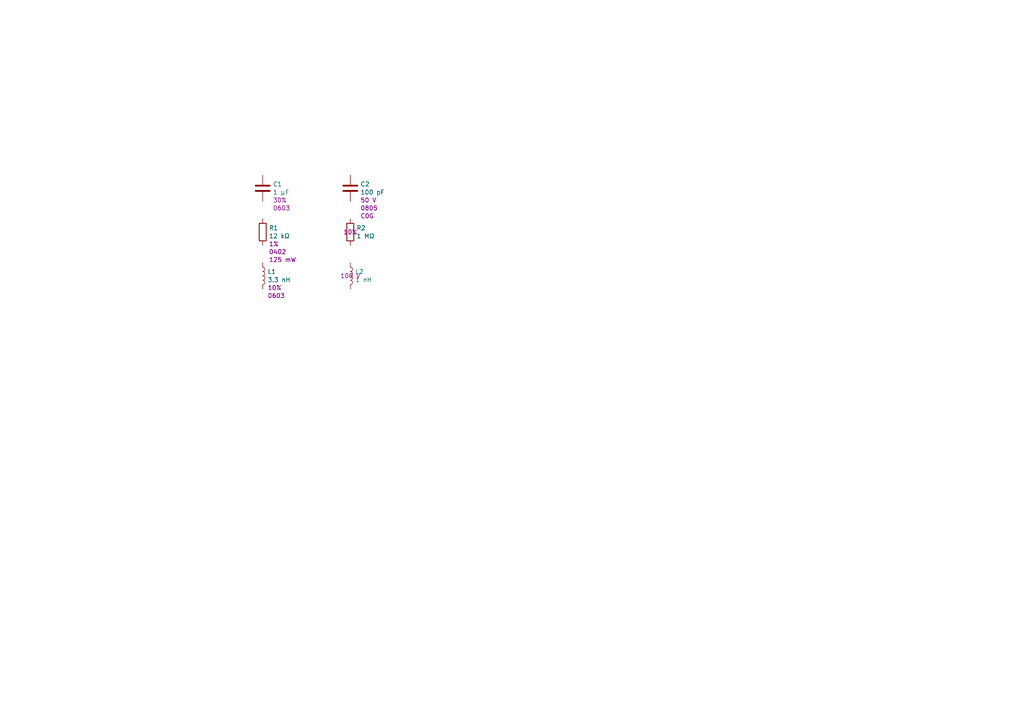
<source format=kicad_sch>
(kicad_sch (version 20211123) (generator eeschema)
  (paper "A4")
  (title_block (title "Value field split test") (date "2023-05-03") (company "Instituto Nacional de Tecnología Industrial - CMNT") (comment 1 "KiBot"))
  (lib_symbols
    (symbol "Device:C" (pin_numbers hide) (pin_names (offset 0.254))
      (property "Reference" "C" (at 0.635 2.54 0))
      (property "Value" "C" (at 0.635 -2.54 0))
      (symbol "C_0_1"
        (polyline (pts (xy -2.032 -0.762) (xy 2.032 -0.762)) (stroke (width 0.508)))
        (polyline (pts (xy -2.032 0.762) (xy 2.032 0.762)) (stroke (width 0.508)))
      )
      (symbol "C_1_1"
        (pin passive line (at 0 3.81 270) (length 2.794) (name "~") (number "1"))
        (pin passive line (at 0 -3.81 90) (length 2.794) (name "~") (number "2"))
      )
    )
    (symbol "Device:L" (pin_numbers hide) (pin_names (offset 1.016) hide)
      (property "Reference" "L" (at -1.27 0 90))
      (property "Value" "L" (at 1.905 0 90))
      (symbol "L_0_1"
        (arc (start 0 -2.54) (mid 0.635 -1.905) (end 0 -1.27))
        (arc (start 0 -1.27) (mid 0.635 -0.635) (end 0 0))
        (arc (start 0 0) (mid 0.635 0.635) (end 0 1.27))
        (arc (start 0 1.27) (mid 0.635 1.905) (end 0 2.54))
      )
      (symbol "L_1_1"
        (pin passive line (at 0 3.81 270) (length 1.27) (name "1") (number "1"))
        (pin passive line (at 0 -3.81 90) (length 1.27) (name "2") (number "2"))
      )
    )
    (symbol "Device:R" (pin_numbers hide) (pin_names (offset 0))
      (property "Reference" "R" (at 2.032 0 90))
      (property "Value" "R" (at 0 0 90))
      (symbol "R_0_1"
        (rectangle (start -1.016 -2.54) (end 1.016 2.54) (stroke (width 0.254)))
      )
      (symbol "R_1_1"
        (pin passive line (at 0 3.81 270) (length 1.27) (name "~") (number "1"))
        (pin passive line (at 0 -3.81 90) (length 1.27) (name "~") (number "2"))
      )
    )
  )
  (symbol (lib_id "Device:C") (at 76.2 54.61 0) (unit 1)
    (property "Reference" "C1" (at 79.121 53.4162 0) (effects (justify left)))
    (property "Value" "1 µF" (at 79.121 55.7784 0) (effects (justify left)))
    (property "tolerance" "30%" (at 79.121 58.0644 0) (effects (justify left)))
    (property "package" "0603" (at 79.121 60.3504 0) (effects (justify left)))
  )
  (symbol (lib_id "Device:C") (at 101.6 54.61 0) (unit 1)
    (property "Reference" "C2" (at 104.521 53.4162 0) (effects (justify left)))
    (property "Value" "100 pF" (at 104.521 55.7784 0) (effects (justify left)))
    (property "voltage" "50 V" (at 104.521 58.0644 0) (effects (justify left)))
    (property "package" "0805" (at 104.521 60.3504 0) (effects (justify left)))
    (property "temp_coef" "C0G" (at 104.521 62.6364 0) (effects (justify left)))
  )
  (symbol (lib_id "Device:R") (at 76.2 67.31 0) (unit 1)
    (property "Reference" "R1" (at 77.978 66.1162 0) (effects (justify left)))
    (property "Value" "12 kΩ" (at 77.978 68.4784 0) (effects (justify left)))
    (property "tolerance" "1%" (at 77.978 70.7644 0) (effects (justify left)))
    (property "package" "0402" (at 77.978 73.0504 0) (effects (justify left)))
    (property "power" "125 mW" (at 77.978 75.3364 0) (effects (justify left)))
  )
  (symbol (lib_id "Device:R") (at 101.6 67.31 0) (unit 1)
    (property "Reference" "R2" (at 103.378 66.1162 0) (effects (justify left)))
    (property "Value" "1 MΩ" (at 103.378 68.4784 0) (effects (justify left)))
    (property "tolerance" "10%" (at 101.6 67.31 0))
  )
  (symbol (lib_id "Device:L") (at 76.2 80.01 0) (unit 1)
    (property "Reference" "L1" (at 77.597 78.8162 0) (effects (justify left)))
    (property "Value" "3.3 nH" (at 77.597 81.1784 0) (effects (justify left)))
    (property "tolerance" "10%" (at 77.597 83.4644 0) (effects (justify left)))
    (property "package" "0603" (at 77.597 85.7504 0) (effects (justify left)))
  )
  (symbol (lib_id "Device:L") (at 101.6 80.01 0) (unit 1)
    (property "Reference" "L2" (at 103.0224 78.8162 0) (effects (justify left)))
    (property "Value" "1 nH" (at 103.0224 81.1784 0) (effects (justify left)))
    (property "Voltage" "100 V" (at 101.6 80.01 0))
  )
)
</source>
